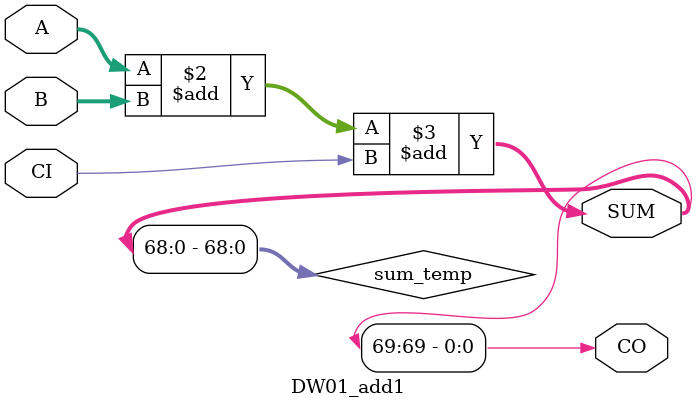
<source format=v>
module DW01_add1 (A,B,CI,SUM,CO);
  parameter width=70;
  output [width-1 : 0] SUM;
  output CO;
  input [width-1 : 0] A;
  input [width-1 : 0] B;
  input CI;
  wire [width-1 : 0] SUM;
  reg [width-2 : 0] sum_temp;
  reg CO;
  reg c_out;
	assign SUM = {CO, sum_temp};
always @(A or B or CI)
  begin
    {CO, sum_temp} = A+B+CI;
  end
endmodule
</source>
